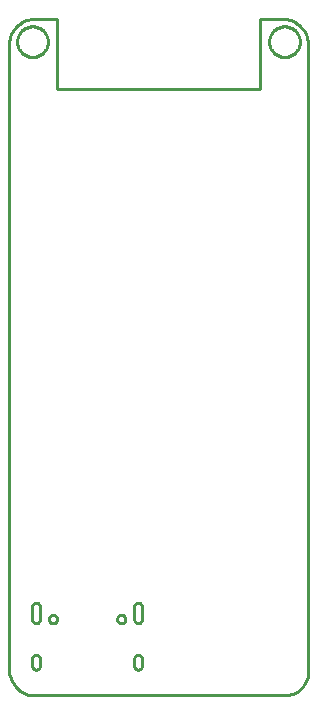
<source format=gbr>
G04 EAGLE Gerber RS-274X export*
G75*
%MOMM*%
%FSLAX34Y34*%
%LPD*%
%IN*%
%IPPOS*%
%AMOC8*
5,1,8,0,0,1.08239X$1,22.5*%
G01*
%ADD10C,0.254000*%


D10*
X-2000Y23000D02*
X-2091Y21075D01*
X-2013Y19149D01*
X-1768Y17238D01*
X-1357Y15355D01*
X-784Y13515D01*
X-53Y11732D01*
X831Y10020D01*
X1861Y8391D01*
X3029Y6858D01*
X4327Y5433D01*
X5743Y4126D01*
X7268Y2947D01*
X8890Y1906D01*
X10596Y1011D01*
X12374Y267D01*
X14210Y-318D01*
X16090Y-742D01*
X18000Y-1000D01*
X19925Y-1091D01*
X21851Y-1013D01*
X22000Y-1000D01*
X230000Y-1000D01*
X231750Y-1015D01*
X233495Y-876D01*
X235221Y-587D01*
X236915Y-148D01*
X238565Y437D01*
X240157Y1164D01*
X241680Y2026D01*
X243122Y3018D01*
X244472Y4132D01*
X245720Y5359D01*
X246856Y6691D01*
X247872Y8116D01*
X248759Y9625D01*
X249512Y11205D01*
X250124Y12844D01*
X250591Y14531D01*
X250909Y16252D01*
X251000Y17000D01*
X251000Y547000D01*
X251129Y548967D01*
X251086Y550938D01*
X250871Y552897D01*
X250486Y554830D01*
X249935Y556722D01*
X249220Y558559D01*
X248348Y560327D01*
X247325Y562012D01*
X246160Y563602D01*
X244860Y565084D01*
X243436Y566447D01*
X241899Y567680D01*
X240260Y568775D01*
X238532Y569723D01*
X236728Y570517D01*
X234861Y571150D01*
X232946Y571619D01*
X230998Y571918D01*
X229031Y572047D01*
X227061Y572004D01*
X227000Y572000D01*
X210460Y572000D01*
X210460Y512000D01*
X38270Y512000D01*
X38270Y572000D01*
X22000Y572000D01*
X20030Y572049D01*
X18062Y571927D01*
X16113Y571633D01*
X14197Y571170D01*
X12329Y570543D01*
X10522Y569755D01*
X8791Y568812D01*
X7148Y567722D01*
X5607Y566493D01*
X4179Y565135D01*
X2875Y563657D01*
X1704Y562071D01*
X676Y560389D01*
X-201Y558624D01*
X-921Y556789D01*
X-1479Y554899D01*
X-1869Y552967D01*
X-2000Y552000D01*
X-2000Y23000D01*
X103950Y24000D02*
X103962Y23717D01*
X103999Y23436D01*
X104061Y23159D01*
X104146Y22888D01*
X104255Y22627D01*
X104385Y22375D01*
X104538Y22136D01*
X104710Y21911D01*
X104902Y21702D01*
X105111Y21510D01*
X105336Y21338D01*
X105575Y21185D01*
X105827Y21055D01*
X106088Y20946D01*
X106359Y20861D01*
X106636Y20799D01*
X106917Y20762D01*
X107200Y20750D01*
X107483Y20762D01*
X107764Y20799D01*
X108041Y20861D01*
X108312Y20946D01*
X108574Y21055D01*
X108825Y21185D01*
X109064Y21338D01*
X109289Y21510D01*
X109498Y21702D01*
X109690Y21911D01*
X109862Y22136D01*
X110015Y22375D01*
X110146Y22627D01*
X110254Y22888D01*
X110339Y23159D01*
X110401Y23436D01*
X110438Y23717D01*
X110450Y24000D01*
X110450Y30000D01*
X110438Y30283D01*
X110401Y30564D01*
X110339Y30841D01*
X110254Y31112D01*
X110146Y31374D01*
X110015Y31625D01*
X109862Y31864D01*
X109690Y32089D01*
X109498Y32298D01*
X109289Y32490D01*
X109064Y32662D01*
X108825Y32815D01*
X108574Y32946D01*
X108312Y33054D01*
X108041Y33139D01*
X107764Y33201D01*
X107483Y33238D01*
X107200Y33250D01*
X106917Y33238D01*
X106636Y33201D01*
X106359Y33139D01*
X106088Y33054D01*
X105827Y32946D01*
X105575Y32815D01*
X105336Y32662D01*
X105111Y32490D01*
X104902Y32298D01*
X104710Y32089D01*
X104538Y31864D01*
X104385Y31625D01*
X104255Y31374D01*
X104146Y31112D01*
X104061Y30841D01*
X103999Y30564D01*
X103962Y30283D01*
X103950Y30000D01*
X103950Y24000D01*
X17550Y24000D02*
X17562Y23717D01*
X17599Y23436D01*
X17661Y23159D01*
X17746Y22888D01*
X17855Y22627D01*
X17985Y22375D01*
X18138Y22136D01*
X18310Y21911D01*
X18502Y21702D01*
X18711Y21510D01*
X18936Y21338D01*
X19175Y21185D01*
X19427Y21055D01*
X19688Y20946D01*
X19959Y20861D01*
X20236Y20799D01*
X20517Y20762D01*
X20800Y20750D01*
X21083Y20762D01*
X21364Y20799D01*
X21641Y20861D01*
X21912Y20946D01*
X22174Y21055D01*
X22425Y21185D01*
X22664Y21338D01*
X22889Y21510D01*
X23098Y21702D01*
X23290Y21911D01*
X23462Y22136D01*
X23615Y22375D01*
X23746Y22627D01*
X23854Y22888D01*
X23939Y23159D01*
X24001Y23436D01*
X24038Y23717D01*
X24050Y24000D01*
X24050Y30000D01*
X24038Y30283D01*
X24001Y30564D01*
X23939Y30841D01*
X23854Y31112D01*
X23746Y31374D01*
X23615Y31625D01*
X23462Y31864D01*
X23290Y32089D01*
X23098Y32298D01*
X22889Y32490D01*
X22664Y32662D01*
X22425Y32815D01*
X22174Y32946D01*
X21912Y33054D01*
X21641Y33139D01*
X21364Y33201D01*
X21083Y33238D01*
X20800Y33250D01*
X20517Y33238D01*
X20236Y33201D01*
X19959Y33139D01*
X19688Y33054D01*
X19427Y32946D01*
X19175Y32815D01*
X18936Y32662D01*
X18711Y32490D01*
X18502Y32298D01*
X18310Y32089D01*
X18138Y31864D01*
X17985Y31625D01*
X17855Y31374D01*
X17746Y31112D01*
X17661Y30841D01*
X17599Y30564D01*
X17562Y30283D01*
X17550Y30000D01*
X17550Y24000D01*
X103950Y63300D02*
X103962Y63017D01*
X103999Y62736D01*
X104061Y62459D01*
X104146Y62188D01*
X104255Y61927D01*
X104385Y61675D01*
X104538Y61436D01*
X104710Y61211D01*
X104902Y61002D01*
X105111Y60810D01*
X105336Y60638D01*
X105575Y60485D01*
X105827Y60355D01*
X106088Y60246D01*
X106359Y60161D01*
X106636Y60099D01*
X106917Y60062D01*
X107200Y60050D01*
X107483Y60062D01*
X107764Y60099D01*
X108041Y60161D01*
X108312Y60246D01*
X108574Y60355D01*
X108825Y60485D01*
X109064Y60638D01*
X109289Y60810D01*
X109498Y61002D01*
X109690Y61211D01*
X109862Y61436D01*
X110015Y61675D01*
X110146Y61927D01*
X110254Y62188D01*
X110339Y62459D01*
X110401Y62736D01*
X110438Y63017D01*
X110450Y63300D01*
X110450Y74300D01*
X110438Y74583D01*
X110401Y74864D01*
X110339Y75141D01*
X110254Y75412D01*
X110146Y75674D01*
X110015Y75925D01*
X109862Y76164D01*
X109690Y76389D01*
X109498Y76598D01*
X109289Y76790D01*
X109064Y76962D01*
X108825Y77115D01*
X108574Y77246D01*
X108312Y77354D01*
X108041Y77439D01*
X107764Y77501D01*
X107483Y77538D01*
X107200Y77550D01*
X106917Y77538D01*
X106636Y77501D01*
X106359Y77439D01*
X106088Y77354D01*
X105827Y77246D01*
X105575Y77115D01*
X105336Y76962D01*
X105111Y76790D01*
X104902Y76598D01*
X104710Y76389D01*
X104538Y76164D01*
X104385Y75925D01*
X104255Y75674D01*
X104146Y75412D01*
X104061Y75141D01*
X103999Y74864D01*
X103962Y74583D01*
X103950Y74300D01*
X103950Y63300D01*
X17550Y63300D02*
X17562Y63017D01*
X17599Y62736D01*
X17661Y62459D01*
X17746Y62188D01*
X17855Y61927D01*
X17985Y61675D01*
X18138Y61436D01*
X18310Y61211D01*
X18502Y61002D01*
X18711Y60810D01*
X18936Y60638D01*
X19175Y60485D01*
X19427Y60355D01*
X19688Y60246D01*
X19959Y60161D01*
X20236Y60099D01*
X20517Y60062D01*
X20800Y60050D01*
X21083Y60062D01*
X21364Y60099D01*
X21641Y60161D01*
X21912Y60246D01*
X22174Y60355D01*
X22425Y60485D01*
X22664Y60638D01*
X22889Y60810D01*
X23098Y61002D01*
X23290Y61211D01*
X23462Y61436D01*
X23615Y61675D01*
X23746Y61927D01*
X23854Y62188D01*
X23939Y62459D01*
X24001Y62736D01*
X24038Y63017D01*
X24050Y63300D01*
X24050Y74300D01*
X24038Y74583D01*
X24001Y74864D01*
X23939Y75141D01*
X23854Y75412D01*
X23746Y75674D01*
X23615Y75925D01*
X23462Y76164D01*
X23290Y76389D01*
X23098Y76598D01*
X22889Y76790D01*
X22664Y76962D01*
X22425Y77115D01*
X22174Y77246D01*
X21912Y77354D01*
X21641Y77439D01*
X21364Y77501D01*
X21083Y77538D01*
X20800Y77550D01*
X20517Y77538D01*
X20236Y77501D01*
X19959Y77439D01*
X19688Y77354D01*
X19427Y77246D01*
X19175Y77115D01*
X18936Y76962D01*
X18711Y76790D01*
X18502Y76598D01*
X18310Y76389D01*
X18138Y76164D01*
X17985Y75925D01*
X17855Y75674D01*
X17746Y75412D01*
X17661Y75141D01*
X17599Y74864D01*
X17562Y74583D01*
X17550Y74300D01*
X17550Y63300D01*
X30780Y551986D02*
X30714Y551059D01*
X30582Y550140D01*
X30384Y549233D01*
X30123Y548342D01*
X29798Y547472D01*
X29412Y546627D01*
X28967Y545812D01*
X28465Y545031D01*
X27909Y544288D01*
X27301Y543586D01*
X26644Y542929D01*
X25942Y542321D01*
X25199Y541765D01*
X24418Y541263D01*
X23603Y540818D01*
X22758Y540432D01*
X21888Y540107D01*
X20997Y539846D01*
X20090Y539648D01*
X19171Y539516D01*
X18244Y539450D01*
X17316Y539450D01*
X16389Y539516D01*
X15470Y539648D01*
X14563Y539846D01*
X13672Y540107D01*
X12802Y540432D01*
X11957Y540818D01*
X11142Y541263D01*
X10361Y541765D01*
X9618Y542321D01*
X8916Y542929D01*
X8259Y543586D01*
X7651Y544288D01*
X7095Y545031D01*
X6593Y545812D01*
X6148Y546627D01*
X5762Y547472D01*
X5437Y548342D01*
X5176Y549233D01*
X4978Y550140D01*
X4846Y551059D01*
X4780Y551986D01*
X4780Y552914D01*
X4846Y553841D01*
X4978Y554760D01*
X5176Y555667D01*
X5437Y556558D01*
X5762Y557428D01*
X6148Y558273D01*
X6593Y559088D01*
X7095Y559869D01*
X7651Y560612D01*
X8259Y561314D01*
X8916Y561971D01*
X9618Y562579D01*
X10361Y563135D01*
X11142Y563637D01*
X11957Y564082D01*
X12802Y564468D01*
X13672Y564793D01*
X14563Y565054D01*
X15470Y565252D01*
X16389Y565384D01*
X17316Y565450D01*
X18244Y565450D01*
X19171Y565384D01*
X20090Y565252D01*
X20997Y565054D01*
X21888Y564793D01*
X22758Y564468D01*
X23603Y564082D01*
X24418Y563637D01*
X25199Y563135D01*
X25942Y562579D01*
X26644Y561971D01*
X27301Y561314D01*
X27909Y560612D01*
X28465Y559869D01*
X28967Y559088D01*
X29412Y558273D01*
X29798Y557428D01*
X30123Y556558D01*
X30384Y555667D01*
X30582Y554760D01*
X30714Y553841D01*
X30780Y552914D01*
X30780Y551986D01*
X244140Y551986D02*
X244074Y551059D01*
X243942Y550140D01*
X243744Y549233D01*
X243483Y548342D01*
X243158Y547472D01*
X242772Y546627D01*
X242327Y545812D01*
X241825Y545031D01*
X241269Y544288D01*
X240661Y543586D01*
X240004Y542929D01*
X239302Y542321D01*
X238559Y541765D01*
X237778Y541263D01*
X236963Y540818D01*
X236118Y540432D01*
X235248Y540107D01*
X234357Y539846D01*
X233450Y539648D01*
X232531Y539516D01*
X231604Y539450D01*
X230676Y539450D01*
X229749Y539516D01*
X228830Y539648D01*
X227923Y539846D01*
X227032Y540107D01*
X226162Y540432D01*
X225317Y540818D01*
X224502Y541263D01*
X223721Y541765D01*
X222978Y542321D01*
X222276Y542929D01*
X221619Y543586D01*
X221011Y544288D01*
X220455Y545031D01*
X219953Y545812D01*
X219508Y546627D01*
X219122Y547472D01*
X218797Y548342D01*
X218536Y549233D01*
X218338Y550140D01*
X218206Y551059D01*
X218140Y551986D01*
X218140Y552914D01*
X218206Y553841D01*
X218338Y554760D01*
X218536Y555667D01*
X218797Y556558D01*
X219122Y557428D01*
X219508Y558273D01*
X219953Y559088D01*
X220455Y559869D01*
X221011Y560612D01*
X221619Y561314D01*
X222276Y561971D01*
X222978Y562579D01*
X223721Y563135D01*
X224502Y563637D01*
X225317Y564082D01*
X226162Y564468D01*
X227032Y564793D01*
X227923Y565054D01*
X228830Y565252D01*
X229749Y565384D01*
X230676Y565450D01*
X231604Y565450D01*
X232531Y565384D01*
X233450Y565252D01*
X234357Y565054D01*
X235248Y564793D01*
X236118Y564468D01*
X236963Y564082D01*
X237778Y563637D01*
X238559Y563135D01*
X239302Y562579D01*
X240004Y561971D01*
X240661Y561314D01*
X241269Y560612D01*
X241825Y559869D01*
X242327Y559088D01*
X242772Y558273D01*
X243158Y557428D01*
X243483Y556558D01*
X243744Y555667D01*
X243942Y554760D01*
X244074Y553841D01*
X244140Y552914D01*
X244140Y551986D01*
X38600Y63271D02*
X38540Y62816D01*
X38421Y62373D01*
X38246Y61949D01*
X38016Y61551D01*
X37737Y61187D01*
X37413Y60863D01*
X37049Y60584D01*
X36651Y60354D01*
X36227Y60179D01*
X35784Y60060D01*
X35329Y60000D01*
X34871Y60000D01*
X34416Y60060D01*
X33973Y60179D01*
X33549Y60354D01*
X33151Y60584D01*
X32787Y60863D01*
X32463Y61187D01*
X32184Y61551D01*
X31954Y61949D01*
X31779Y62373D01*
X31660Y62816D01*
X31600Y63271D01*
X31600Y63729D01*
X31660Y64184D01*
X31779Y64627D01*
X31954Y65051D01*
X32184Y65449D01*
X32463Y65813D01*
X32787Y66137D01*
X33151Y66416D01*
X33549Y66646D01*
X33973Y66821D01*
X34416Y66940D01*
X34871Y67000D01*
X35329Y67000D01*
X35784Y66940D01*
X36227Y66821D01*
X36651Y66646D01*
X37049Y66416D01*
X37413Y66137D01*
X37737Y65813D01*
X38016Y65449D01*
X38246Y65051D01*
X38421Y64627D01*
X38540Y64184D01*
X38600Y63729D01*
X38600Y63271D01*
X96400Y63271D02*
X96340Y62816D01*
X96221Y62373D01*
X96046Y61949D01*
X95816Y61551D01*
X95537Y61187D01*
X95213Y60863D01*
X94849Y60584D01*
X94451Y60354D01*
X94027Y60179D01*
X93584Y60060D01*
X93129Y60000D01*
X92671Y60000D01*
X92216Y60060D01*
X91773Y60179D01*
X91349Y60354D01*
X90951Y60584D01*
X90587Y60863D01*
X90263Y61187D01*
X89984Y61551D01*
X89754Y61949D01*
X89579Y62373D01*
X89460Y62816D01*
X89400Y63271D01*
X89400Y63729D01*
X89460Y64184D01*
X89579Y64627D01*
X89754Y65051D01*
X89984Y65449D01*
X90263Y65813D01*
X90587Y66137D01*
X90951Y66416D01*
X91349Y66646D01*
X91773Y66821D01*
X92216Y66940D01*
X92671Y67000D01*
X93129Y67000D01*
X93584Y66940D01*
X94027Y66821D01*
X94451Y66646D01*
X94849Y66416D01*
X95213Y66137D01*
X95537Y65813D01*
X95816Y65449D01*
X96046Y65051D01*
X96221Y64627D01*
X96340Y64184D01*
X96400Y63729D01*
X96400Y63271D01*
M02*

</source>
